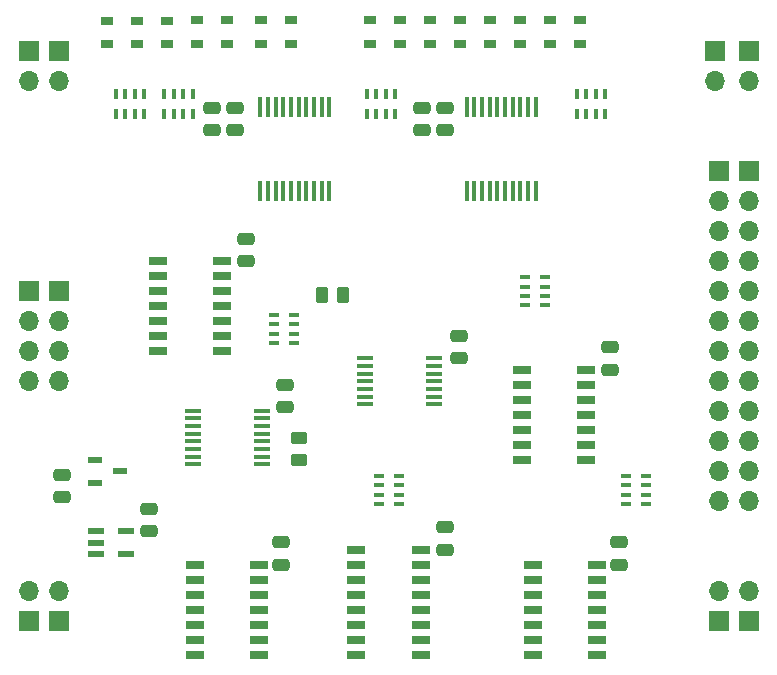
<source format=gbr>
%TF.GenerationSoftware,KiCad,Pcbnew,(6.0.5)*%
%TF.CreationDate,2022-08-08T19:57:53+02:00*%
%TF.ProjectId,Clock,436c6f63-6b2e-46b6-9963-61645f706362,rev?*%
%TF.SameCoordinates,Original*%
%TF.FileFunction,Soldermask,Top*%
%TF.FilePolarity,Negative*%
%FSLAX46Y46*%
G04 Gerber Fmt 4.6, Leading zero omitted, Abs format (unit mm)*
G04 Created by KiCad (PCBNEW (6.0.5)) date 2022-08-08 19:57:53*
%MOMM*%
%LPD*%
G01*
G04 APERTURE LIST*
G04 Aperture macros list*
%AMRoundRect*
0 Rectangle with rounded corners*
0 $1 Rounding radius*
0 $2 $3 $4 $5 $6 $7 $8 $9 X,Y pos of 4 corners*
0 Add a 4 corners polygon primitive as box body*
4,1,4,$2,$3,$4,$5,$6,$7,$8,$9,$2,$3,0*
0 Add four circle primitives for the rounded corners*
1,1,$1+$1,$2,$3*
1,1,$1+$1,$4,$5*
1,1,$1+$1,$6,$7*
1,1,$1+$1,$8,$9*
0 Add four rect primitives between the rounded corners*
20,1,$1+$1,$2,$3,$4,$5,0*
20,1,$1+$1,$4,$5,$6,$7,0*
20,1,$1+$1,$6,$7,$8,$9,0*
20,1,$1+$1,$8,$9,$2,$3,0*%
G04 Aperture macros list end*
%ADD10RoundRect,0.250000X-0.475000X0.250000X-0.475000X-0.250000X0.475000X-0.250000X0.475000X0.250000X0*%
%ADD11R,0.450000X1.800000*%
%ADD12R,0.900000X0.425000*%
%ADD13R,1.250000X0.600000*%
%ADD14RoundRect,0.250000X0.475000X-0.250000X0.475000X0.250000X-0.475000X0.250000X-0.475000X-0.250000X0*%
%ADD15RoundRect,0.250000X0.262500X0.450000X-0.262500X0.450000X-0.262500X-0.450000X0.262500X-0.450000X0*%
%ADD16R,1.475000X0.450000*%
%ADD17R,1.000000X0.800000*%
%ADD18R,0.425000X0.900000*%
%ADD19R,1.550000X0.650000*%
%ADD20RoundRect,0.250000X-0.450000X0.262500X-0.450000X-0.262500X0.450000X-0.262500X0.450000X0.262500X0*%
%ADD21R,1.400000X0.600000*%
%ADD22R,1.700000X1.700000*%
%ADD23O,1.700000X1.700000*%
G04 APERTURE END LIST*
D10*
%TO.C,C4*%
X114617500Y-101301000D03*
X114617500Y-103201000D03*
%TD*%
D11*
%TO.C,IC7*%
X100897500Y-108325000D03*
X101547500Y-108325000D03*
X102197500Y-108325000D03*
X102847500Y-108325000D03*
X103497500Y-108325000D03*
X104147500Y-108325000D03*
X104797500Y-108325000D03*
X105447500Y-108325000D03*
X106097500Y-108325000D03*
X106747500Y-108325000D03*
X106747500Y-101225000D03*
X106097500Y-101225000D03*
X105447500Y-101225000D03*
X104797500Y-101225000D03*
X104147500Y-101225000D03*
X103497500Y-101225000D03*
X102847500Y-101225000D03*
X102197500Y-101225000D03*
X101547500Y-101225000D03*
X100897500Y-101225000D03*
%TD*%
D12*
%TO.C,RN6*%
X110910000Y-132467500D03*
X110910000Y-133267500D03*
X110910000Y-134067500D03*
X110910000Y-134867500D03*
X112610000Y-134867500D03*
X112610000Y-134067500D03*
X112610000Y-133267500D03*
X112610000Y-132467500D03*
%TD*%
D13*
%TO.C,IC1*%
X86897500Y-131130000D03*
X86897500Y-133030000D03*
X88997500Y-132080000D03*
%TD*%
D14*
%TO.C,C8*%
X99695000Y-114281500D03*
X99695000Y-112381500D03*
%TD*%
D15*
%TO.C,R2*%
X107910000Y-117167500D03*
X106085000Y-117167500D03*
%TD*%
D16*
%TO.C,IC6*%
X109774500Y-122510000D03*
X109774500Y-123160000D03*
X109774500Y-123810000D03*
X109774500Y-124460000D03*
X109774500Y-125110000D03*
X109774500Y-125760000D03*
X109774500Y-126410000D03*
X115650500Y-126410000D03*
X115650500Y-125760000D03*
X115650500Y-125110000D03*
X115650500Y-124460000D03*
X115650500Y-123810000D03*
X115650500Y-123160000D03*
X115650500Y-122510000D03*
%TD*%
D17*
%TO.C,LED3*%
X115252500Y-95903000D03*
X115252500Y-93903000D03*
%TD*%
D10*
%TO.C,C3*%
X96837500Y-101301000D03*
X96837500Y-103201000D03*
%TD*%
D17*
%TO.C,LD11*%
X100965000Y-95885000D03*
X100965000Y-93885000D03*
%TD*%
D14*
%TO.C,C9*%
X117712000Y-122491500D03*
X117712000Y-120591500D03*
%TD*%
D17*
%TO.C,LED6*%
X122872500Y-95903000D03*
X122872500Y-93903000D03*
%TD*%
D18*
%TO.C,RN3*%
X92780000Y-101815000D03*
X93580000Y-101815000D03*
X94380000Y-101815000D03*
X95180000Y-101815000D03*
X95180000Y-100115000D03*
X94380000Y-100115000D03*
X93580000Y-100115000D03*
X92780000Y-100115000D03*
%TD*%
D12*
%TO.C,RN4*%
X131865000Y-132467500D03*
X131865000Y-133267500D03*
X131865000Y-134067500D03*
X131865000Y-134867500D03*
X133565000Y-134867500D03*
X133565000Y-134067500D03*
X133565000Y-133267500D03*
X133565000Y-132467500D03*
%TD*%
D17*
%TO.C,LD15*%
X93027500Y-95916500D03*
X93027500Y-93916500D03*
%TD*%
%TO.C,LED7*%
X125412500Y-95903000D03*
X125412500Y-93903000D03*
%TD*%
D16*
%TO.C,IC2*%
X95169500Y-126947500D03*
X95169500Y-127597500D03*
X95169500Y-128247500D03*
X95169500Y-128897500D03*
X95169500Y-129547500D03*
X95169500Y-130197500D03*
X95169500Y-130847500D03*
X95169500Y-131497500D03*
X101045500Y-131497500D03*
X101045500Y-130847500D03*
X101045500Y-130197500D03*
X101045500Y-129547500D03*
X101045500Y-128897500D03*
X101045500Y-128247500D03*
X101045500Y-127597500D03*
X101045500Y-126947500D03*
%TD*%
D12*
%TO.C,RN5*%
X102020000Y-118815000D03*
X102020000Y-119615000D03*
X102020000Y-120415000D03*
X102020000Y-121215000D03*
X103720000Y-121215000D03*
X103720000Y-120415000D03*
X103720000Y-119615000D03*
X103720000Y-118815000D03*
%TD*%
D19*
%TO.C,IC3*%
X92207500Y-114300000D03*
X92207500Y-115570000D03*
X92207500Y-116840000D03*
X92207500Y-118110000D03*
X92207500Y-119380000D03*
X92207500Y-120650000D03*
X92207500Y-121920000D03*
X97657500Y-121920000D03*
X97657500Y-120650000D03*
X97657500Y-119380000D03*
X97657500Y-118110000D03*
X97657500Y-116840000D03*
X97657500Y-115570000D03*
X97657500Y-114300000D03*
%TD*%
D14*
%TO.C,C2*%
X91440000Y-137141500D03*
X91440000Y-135241500D03*
%TD*%
%TO.C,C11*%
X130492500Y-123489000D03*
X130492500Y-121589000D03*
%TD*%
%TO.C,C1*%
X84137500Y-134284000D03*
X84137500Y-132384000D03*
%TD*%
D19*
%TO.C,IC9*%
X123971500Y-140017500D03*
X123971500Y-141287500D03*
X123971500Y-142557500D03*
X123971500Y-143827500D03*
X123971500Y-145097500D03*
X123971500Y-146367500D03*
X123971500Y-147637500D03*
X129393500Y-147637500D03*
X129393500Y-146367500D03*
X129393500Y-145097500D03*
X129393500Y-143827500D03*
X129393500Y-142557500D03*
X129393500Y-141287500D03*
X129393500Y-140017500D03*
%TD*%
D17*
%TO.C,LD12*%
X103505000Y-95903800D03*
X103505000Y-93903800D03*
%TD*%
%TO.C,LED8*%
X127952500Y-95903000D03*
X127952500Y-93903000D03*
%TD*%
D10*
%TO.C,C13*%
X116522500Y-101301000D03*
X116522500Y-103201000D03*
%TD*%
D14*
%TO.C,C10*%
X116522500Y-138726500D03*
X116522500Y-136826500D03*
%TD*%
D19*
%TO.C,IC4*%
X95382500Y-140017500D03*
X95382500Y-141287500D03*
X95382500Y-142557500D03*
X95382500Y-143827500D03*
X95382500Y-145097500D03*
X95382500Y-146367500D03*
X95382500Y-147637500D03*
X100832500Y-147637500D03*
X100832500Y-146367500D03*
X100832500Y-145097500D03*
X100832500Y-143827500D03*
X100832500Y-142557500D03*
X100832500Y-141287500D03*
X100832500Y-140017500D03*
%TD*%
D17*
%TO.C,LD10*%
X98107500Y-95885000D03*
X98107500Y-93885000D03*
%TD*%
D11*
%TO.C,IC5*%
X118360000Y-108325000D03*
X119010000Y-108325000D03*
X119660000Y-108325000D03*
X120310000Y-108325000D03*
X120960000Y-108325000D03*
X121610000Y-108325000D03*
X122260000Y-108325000D03*
X122910000Y-108325000D03*
X123560000Y-108325000D03*
X124210000Y-108325000D03*
X124210000Y-101225000D03*
X123560000Y-101225000D03*
X122910000Y-101225000D03*
X122260000Y-101225000D03*
X121610000Y-101225000D03*
X120960000Y-101225000D03*
X120310000Y-101225000D03*
X119660000Y-101225000D03*
X119010000Y-101225000D03*
X118360000Y-101225000D03*
%TD*%
D20*
%TO.C,R1*%
X104150000Y-129262500D03*
X104150000Y-131087500D03*
%TD*%
D17*
%TO.C,LD13*%
X87947500Y-95916500D03*
X87947500Y-93916500D03*
%TD*%
D10*
%TO.C,C5*%
X98742500Y-101301000D03*
X98742500Y-103201000D03*
%TD*%
D17*
%TO.C,LED1*%
X110172500Y-95903000D03*
X110172500Y-93903000D03*
%TD*%
%TO.C,LD14*%
X90487500Y-95916500D03*
X90487500Y-93916500D03*
%TD*%
%TO.C,LED2*%
X112712500Y-95903000D03*
X112712500Y-93903000D03*
%TD*%
D18*
%TO.C,RN1*%
X109925000Y-101815000D03*
X110725000Y-101815000D03*
X111525000Y-101815000D03*
X112325000Y-101815000D03*
X112325000Y-100115000D03*
X111525000Y-100115000D03*
X110725000Y-100115000D03*
X109925000Y-100115000D03*
%TD*%
%TO.C,RN2*%
X127705000Y-101815000D03*
X128505000Y-101815000D03*
X129305000Y-101815000D03*
X130105000Y-101815000D03*
X130105000Y-100115000D03*
X129305000Y-100115000D03*
X128505000Y-100115000D03*
X127705000Y-100115000D03*
%TD*%
D19*
%TO.C,IC8*%
X109035000Y-138747500D03*
X109035000Y-140017500D03*
X109035000Y-141287500D03*
X109035000Y-142557500D03*
X109035000Y-143827500D03*
X109035000Y-145097500D03*
X109035000Y-146367500D03*
X109035000Y-147637500D03*
X114485000Y-147637500D03*
X114485000Y-146367500D03*
X114485000Y-145097500D03*
X114485000Y-143827500D03*
X114485000Y-142557500D03*
X114485000Y-141287500D03*
X114485000Y-140017500D03*
X114485000Y-138747500D03*
%TD*%
D17*
%TO.C,LED9*%
X95567500Y-95885000D03*
X95567500Y-93885000D03*
%TD*%
D14*
%TO.C,C12*%
X102685000Y-140001500D03*
X102685000Y-138101500D03*
%TD*%
D17*
%TO.C,LED4*%
X117792500Y-95903000D03*
X117792500Y-93903000D03*
%TD*%
D14*
%TO.C,C6*%
X131312500Y-140001500D03*
X131312500Y-138101500D03*
%TD*%
D17*
%TO.C,LED5*%
X120332500Y-95903000D03*
X120332500Y-93903000D03*
%TD*%
D21*
%TO.C,IC11*%
X87015000Y-137162500D03*
X87015000Y-138112500D03*
X87015000Y-139062500D03*
X89515000Y-139062500D03*
X89515000Y-137162500D03*
%TD*%
D14*
%TO.C,C7*%
X103002500Y-126664000D03*
X103002500Y-124764000D03*
%TD*%
D12*
%TO.C,RN8*%
X124992500Y-118040000D03*
X124992500Y-117240000D03*
X124992500Y-116440000D03*
X124992500Y-115640000D03*
X123292500Y-115640000D03*
X123292500Y-116440000D03*
X123292500Y-117240000D03*
X123292500Y-118040000D03*
%TD*%
D18*
%TO.C,RN7*%
X88652500Y-101815000D03*
X89452500Y-101815000D03*
X90252500Y-101815000D03*
X91052500Y-101815000D03*
X91052500Y-100115000D03*
X90252500Y-100115000D03*
X89452500Y-100115000D03*
X88652500Y-100115000D03*
%TD*%
D19*
%TO.C,IC10*%
X123019000Y-123507500D03*
X123019000Y-124777500D03*
X123019000Y-126047500D03*
X123019000Y-127317500D03*
X123019000Y-128587500D03*
X123019000Y-129857500D03*
X123019000Y-131127500D03*
X128441000Y-131127500D03*
X128441000Y-129857500D03*
X128441000Y-128587500D03*
X128441000Y-127317500D03*
X128441000Y-126047500D03*
X128441000Y-124777500D03*
X128441000Y-123507500D03*
%TD*%
D22*
%TO.C,J9*%
X81280000Y-96520000D03*
D23*
X81280000Y-99060000D03*
%TD*%
D22*
%TO.C,J11*%
X139700000Y-106680000D03*
D23*
X139700000Y-109220000D03*
X139700000Y-111760000D03*
X139700000Y-114300000D03*
X139700000Y-116840000D03*
X139700000Y-119380000D03*
X139700000Y-121920000D03*
X139700000Y-124460000D03*
X139700000Y-127000000D03*
X139700000Y-129540000D03*
X139700000Y-132080000D03*
X139700000Y-134620000D03*
%TD*%
D22*
%TO.C,J8*%
X142240000Y-106680000D03*
D23*
X142240000Y-109220000D03*
X142240000Y-111760000D03*
X142240000Y-114300000D03*
X142240000Y-116840000D03*
X142240000Y-119380000D03*
X142240000Y-121920000D03*
X142240000Y-124460000D03*
X142240000Y-127000000D03*
X142240000Y-129540000D03*
X142240000Y-132080000D03*
X142240000Y-134620000D03*
%TD*%
D22*
%TO.C,J4*%
X142240000Y-96520000D03*
D23*
X142240000Y-99060000D03*
%TD*%
D22*
%TO.C,J5*%
X81280000Y-116840000D03*
D23*
X81280000Y-119380000D03*
X81280000Y-121920000D03*
X81280000Y-124460000D03*
%TD*%
D22*
%TO.C,J1*%
X139382500Y-96520000D03*
D23*
X139382500Y-99060000D03*
%TD*%
D22*
%TO.C,J3*%
X83820000Y-144785000D03*
D23*
X83820000Y-142245000D03*
%TD*%
D22*
%TO.C,J12*%
X83820000Y-96520000D03*
D23*
X83820000Y-99060000D03*
%TD*%
D22*
%TO.C,J6*%
X81280000Y-144785000D03*
D23*
X81280000Y-142245000D03*
%TD*%
D22*
%TO.C,J2*%
X83820000Y-116840000D03*
D23*
X83820000Y-119380000D03*
X83820000Y-121920000D03*
X83820000Y-124460000D03*
%TD*%
D22*
%TO.C,J10*%
X142240000Y-144780000D03*
D23*
X142240000Y-142240000D03*
%TD*%
D22*
%TO.C,J7*%
X139700000Y-144780000D03*
D23*
X139700000Y-142240000D03*
%TD*%
M02*

</source>
